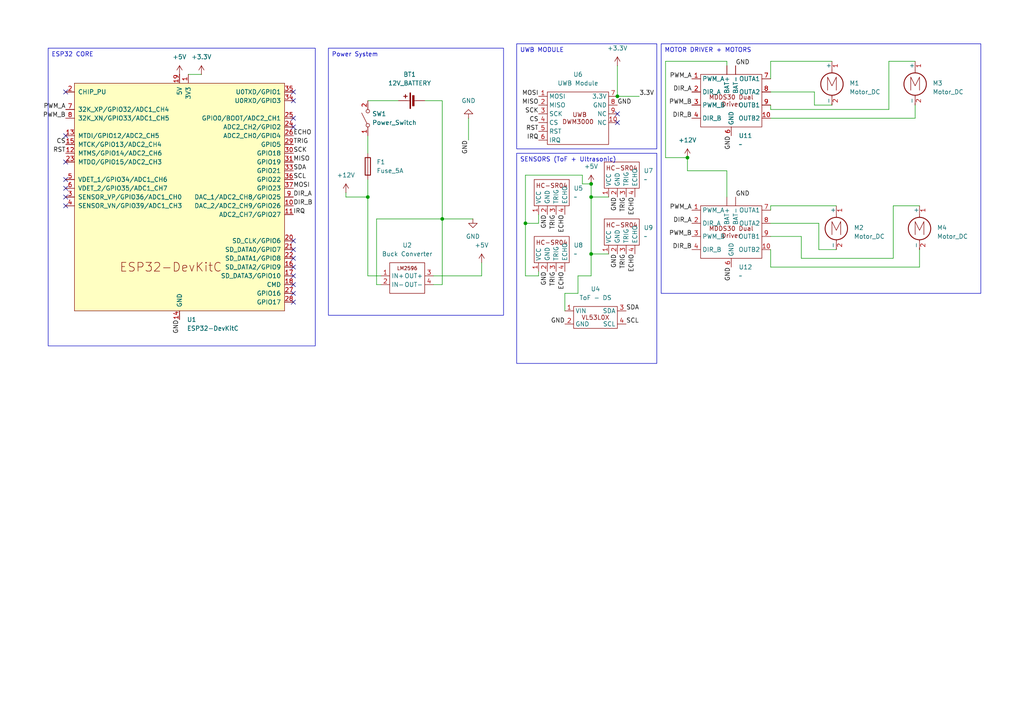
<source format=kicad_sch>
(kicad_sch (version 20250114) (generator "eeschema") (generator_version "9.0")
  (paper "A4")
  (lib_symbols
    (symbol "BTS7960_Module_1"
      (property "Reference" "U" (at 0 0 0))
      (symbol "BTS7960_Module_1_1_1"
        (text_box "MDDS30 Dual Driver\n" (at 0 0 0) (size 17.78 -15.24) (margins 1.016 1.016 1.016 1.016) (fill (type color)) (effects (font (size 1.27 1.27))))
        (pin input line (at -2.54 -1.27 0) (length 2.54) (name "PWM_A") (number "1"))
        (pin input line (at -2.54 -5.08 0) (length 2.54) (name "DIR_A") (number "2"))
        (pin input line (at -2.54 -8.89 0) (length 2.54) (name "PWM_B") (number "3"))
        (pin input line (at -2.54 -12.7 0) (length 2.54) (name "DIR_B") (number "4"))
        (pin power_in line (at 7.62 2.54 270) (length 2.54) (name "BAT+") (number ""))
        (pin power_in line (at 8.89 -17.78 90) (length 2.54) (name "GND") (number "6"))
        (pin power_in line (at 10.16 2.54 270) (length 2.54) (name "BAT-") (number ""))
        (pin output line (at 20.32 -1.27 180) (length 2.54) (name "OUTA1") (number "7"))
        (pin output line (at 20.32 -5.08 180) (length 2.54) (name "OUTA2") (number "8"))
        (pin output line (at 20.32 -8.89 180) (length 2.54) (name "OUTB1") (number "9"))
        (pin output line (at 20.32 -12.7 180) (length 2.54) (name "OUTB2") (number "10"))
      )
    )
    (symbol "BTS7960_Module_2"
      (property "Reference" "U" (at 0 0 0))
      (symbol "BTS7960_Module_2_1_1"
        (text_box "MDDS30 Dual Driver\n" (at 0 0 0) (size 17.78 -15.24) (margins 1.016 1.016 1.016 1.016) (fill (type color)) (effects (font (size 1.27 1.27))))
        (pin input line (at -2.54 -1.27 0) (length 2.54) (name "PWM_A") (number "1"))
        (pin input line (at -2.54 -5.08 0) (length 2.54) (name "DIR_A") (number "2"))
        (pin input line (at -2.54 -8.89 0) (length 2.54) (name "PWM_B") (number "3"))
        (pin input line (at -2.54 -12.7 0) (length 2.54) (name "DIR_B") (number "4"))
        (pin power_in line (at 7.62 2.54 270) (length 2.54) (name "BAT+") (number ""))
        (pin power_in line (at 8.89 -17.78 90) (length 2.54) (name "GND") (number "6"))
        (pin power_in line (at 10.16 2.54 270) (length 2.54) (name "BAT-") (number ""))
        (pin output line (at 20.32 -1.27 180) (length 2.54) (name "OUTA1") (number "7"))
        (pin output line (at 20.32 -5.08 180) (length 2.54) (name "OUTA2") (number "8"))
        (pin output line (at 20.32 -8.89 180) (length 2.54) (name "OUTB1") (number "9"))
        (pin output line (at 20.32 -12.7 180) (length 2.54) (name "OUTB2") (number "10"))
      )
    )
    (symbol "Comp_Library:HC_SR04"
      (property "Reference" "U" (at -0.254 6.35 0))
      (symbol "HC_SR04_1_1"
        (text_box "HC-SR04" (at -5.08 5.08 0) (size 10.16 -7.62) (margins 1.016 1.016 1.016 1.016) (effects (font (size 1.27 1.27)) (justify top)))
        (pin power_in line (at -3.81 -5.08 90) (length 2.54) (name "VCC") (number "1"))
        (pin power_in line (at -1.27 -5.08 90) (length 2.54) (name "GND") (number "2"))
        (pin input line (at 1.27 -5.08 90) (length 2.54) (name "TRIG") (number "3"))
        (pin output line (at 3.81 -5.08 90) (length 2.54) (name "ECHO") (number "4"))
      )
    )
    (symbol "Comp_Library:LM2596_Buck"
      (property "Reference" "U" (at 5.08 1.778 0))
      (symbol "LM2596_Buck_1_1"
        (text_box "LM2596" (at 0 0 0) (size 10.16 -8.89) (margins 1.016 1.016 1.016 1.016) (effects (font (size 1.016 1.016)) (justify top)))
        (pin power_in line (at -2.54 -3.81 0) (length 2.54) (name "IN+") (number "1"))
        (pin power_in line (at -2.54 -6.35 0) (length 2.54) (name "IN-") (number "2"))
        (pin power_out line (at 12.7 -3.81 180) (length 2.54) (name "OUT+") (number "3"))
        (pin power_out line (at 12.7 -6.35 180) (length 2.54) (name "OUT-") (number "4"))
      )
    )
    (symbol "Comp_Library:UWB_DWM3000"
      (property "Reference" "U" (at 0 0 0))
      (symbol "UWB_DWM3000_1_1"
        (text_box " UWB \nDWM3000\n" (at 0 0 0) (size 17.78 -15.24) (margins 1.016 1.016 1.016 1.016) (effects (font (size 1.27 1.27))))
        (pin input line (at -2.54 -1.27 0) (length 2.54) (name "MOSI") (number "1"))
        (pin output line (at -2.54 -3.81 0) (length 2.54) (name "MISO") (number "2"))
        (pin input line (at -2.54 -6.35 0) (length 2.54) (name "SCK") (number "3"))
        (pin input line (at -2.54 -8.89 0) (length 2.54) (name "CS") (number "4"))
        (pin input line (at -2.54 -11.43 0) (length 2.54) (name "RST") (number "5"))
        (pin output line (at -2.54 -13.97 0) (length 2.54) (name "IRQ") (number "6"))
        (pin power_in line (at 20.32 -1.27 180) (length 2.54) (name "3.3V") (number "7"))
        (pin power_in line (at 20.32 -3.81 180) (length 2.54) (name "GND") (number "8"))
        (pin passive line (at 20.32 -6.35 180) (length 2.54) (name "NC") (number "9"))
        (pin passive line (at 20.32 -8.89 180) (length 2.54) (name "NC") (number "10"))
      )
    )
    (symbol "Comp_Library:VL53L0X"
      (property "Reference" "U" (at 0 0 0))
      (symbol "VL53L0X_1_1"
        (text_box "VL53L0X" (at 0 0 0) (size 12.7 -6.35) (margins 1.016 1.016 1.016 1.016) (effects (font (size 1.27 1.27))))
        (pin power_in line (at -2.54 -1.27 0) (length 2.54) (name "VIN") (number "1"))
        (pin power_in line (at -2.54 -5.08 0) (length 2.54) (name "GND") (number "2"))
        (pin bidirectional line (at 15.24 -1.27 180) (length 2.54) (name "SDA") (number "3"))
        (pin input line (at 15.24 -5.08 180) (length 2.54) (name "SCL") (number "4"))
      )
    )
    (symbol "Device:Battery_Cell" (pin_numbers (hide yes)) (pin_names (offset 0) (hide yes))
      (property "Reference" "BT" (at 2.54 2.54 0))
      (property "Value" "Battery_Cell" (at 2.54 0 0))
      (symbol "Battery_Cell_0_1"
        (rectangle (start -2.286 1.778) (end 2.286 1.524) (fill (type outline)))
        (rectangle (start -1.524 1.016) (end 1.524 0.508) (fill (type outline)))
        (polyline (pts (xy 0 1.778) (xy 0 2.54)))
        (polyline (pts (xy 0 0.762) (xy 0 0)))
        (polyline (pts (xy 0.762 3.048) (xy 1.778 3.048)) (stroke (width 0.254)))
        (polyline (pts (xy 1.27 3.556) (xy 1.27 2.54)) (stroke (width 0.254)))
      )
      (symbol "Battery_Cell_1_1"
        (pin passive line (at 0 5.08 270) (length 2.54) (name "+") (number "1"))
        (pin passive line (at 0 -2.54 90) (length 2.54) (name "-") (number "2"))
      )
    )
    (symbol "Device:Fuse" (pin_numbers (hide yes)) (pin_names (offset 0))
      (property "Reference" "F" (at 2.032 0 90))
      (property "Value" "Fuse" (at -1.905 0 90))
      (symbol "Fuse_0_1"
        (rectangle (start -0.762 -2.54) (end 0.762 2.54) (stroke (width 0.254)))
        (polyline (pts (xy 0 2.54) (xy 0 -2.54)))
      )
      (symbol "Fuse_1_1"
        (pin passive line (at 0 3.81 270) (length 1.27) (name "~") (number "1"))
        (pin passive line (at 0 -3.81 90) (length 1.27) (name "~") (number "2"))
      )
    )
    (symbol "Espressif:ESP32-DevKitC" (pin_names (offset 1.016))
      (property "Reference" "U" (at -30.48 38.1 0))
      (property "Value" "ESP32-DevKitC" (at -30.48 35.56 0))
      (symbol "ESP32-DevKitC_0_0"
        (text "ESP32-DevKitC" (at -2.54 -20.32 0) (effects (font (size 2.54 2.54))))
        (pin power_in line (at 0 35.56 270) (length 2.54) (name "5V") (number "19"))
        (pin power_in line (at 0 -35.56 90) (length 2.54) (name "GND") (number "14"))
      )
      (symbol "ESP32-DevKitC_0_1"
        (rectangle (start -30.48 33.02) (end 30.48 -33.02) (fill (type background)))
      )
      (symbol "ESP32-DevKitC_1_1"
        (pin input line (at -33.02 30.48 0) (length 2.54) (name "CHIP_PU") (number "2"))
        (pin bidirectional line (at -33.02 25.4 0) (length 2.54) (name "32K_XP/GPIO32/ADC1_CH4") (number "7"))
        (pin bidirectional line (at -33.02 22.86 0) (length 2.54) (name "32K_XN/GPIO33/ADC1_CH5") (number "8"))
        (pin bidirectional line (at -33.02 17.78 0) (length 2.54) (name "MTDI/GPIO12/ADC2_CH5") (number "13"))
        (pin bidirectional line (at -33.02 15.24 0) (length 2.54) (name "MTCK/GPIO13/ADC2_CH4") (number "15"))
        (pin bidirectional line (at -33.02 12.7 0) (length 2.54) (name "MTMS/GPIO14/ADC2_CH6") (number "12"))
        (pin bidirectional line (at -33.02 10.16 0) (length 2.54) (name "MTDO/GPIO15/ADC2_CH3") (number "23"))
        (pin input line (at -33.02 5.08 0) (length 2.54) (name "VDET_1/GPIO34/ADC1_CH6") (number "5"))
        (pin input line (at -33.02 2.54 0) (length 2.54) (name "VDET_2/GPIO35/ADC1_CH7") (number "6"))
        (pin input line (at -33.02 0 0) (length 2.54) (name "SENSOR_VP/GPIO36/ADC1_CH0") (number "3"))
        (pin input line (at -33.02 -2.54 0) (length 2.54) (name "SENSOR_VN/GPIO39/ADC1_CH3") (number "4"))
        (pin passive line (at 0 -35.56 90) (length 2.54) (hide yes) (name "GND") (number "32"))
        (pin passive line (at 0 -35.56 90) (length 2.54) (hide yes) (name "GND") (number "38"))
        (pin power_in line (at 2.54 35.56 270) (length 2.54) (name "3V3") (number "1"))
        (pin bidirectional line (at 33.02 30.48 180) (length 2.54) (name "U0TXD/GPIO1") (number "35"))
        (pin bidirectional line (at 33.02 27.94 180) (length 2.54) (name "U0RXD/GPIO3") (number "34"))
        (pin bidirectional line (at 33.02 22.86 180) (length 2.54) (name "GPIO0/BOOT/ADC2_CH1") (number "25"))
        (pin bidirectional line (at 33.02 20.32 180) (length 2.54) (name "ADC2_CH2/GPIO2") (number "24"))
        (pin bidirectional line (at 33.02 17.78 180) (length 2.54) (name "ADC2_CH0/GPIO4") (number "26"))
        (pin bidirectional line (at 33.02 15.24 180) (length 2.54) (name "GPIO5") (number "29"))
        (pin bidirectional line (at 33.02 12.7 180) (length 2.54) (name "GPIO18") (number "30"))
        (pin bidirectional line (at 33.02 10.16 180) (length 2.54) (name "GPIO19") (number "31"))
        (pin bidirectional line (at 33.02 7.62 180) (length 2.54) (name "GPIO21") (number "33"))
        (pin bidirectional line (at 33.02 5.08 180) (length 2.54) (name "GPIO22") (number "36"))
        (pin bidirectional line (at 33.02 2.54 180) (length 2.54) (name "GPIO23") (number "37"))
        (pin bidirectional line (at 33.02 0 180) (length 2.54) (name "DAC_1/ADC2_CH8/GPIO25") (number "9"))
        (pin bidirectional line (at 33.02 -2.54 180) (length 2.54) (name "DAC_2/ADC2_CH9/GPIO26") (number "10"))
        (pin bidirectional line (at 33.02 -5.08 180) (length 2.54) (name "ADC2_CH7/GPIO27") (number "11"))
        (pin bidirectional line (at 33.02 -12.7 180) (length 2.54) (name "SD_CLK/GPIO6") (number "20"))
        (pin bidirectional line (at 33.02 -15.24 180) (length 2.54) (name "SD_DATA0/GPIO7") (number "21"))
        (pin bidirectional line (at 33.02 -17.78 180) (length 2.54) (name "SD_DATA1/GPIO8") (number "22"))
        (pin bidirectional line (at 33.02 -20.32 180) (length 2.54) (name "SD_DATA2/GPIO9") (number "16"))
        (pin bidirectional line (at 33.02 -22.86 180) (length 2.54) (name "SD_DATA3/GPIO10") (number "17"))
        (pin bidirectional line (at 33.02 -25.4 180) (length 2.54) (name "CMD") (number "18"))
        (pin bidirectional line (at 33.02 -27.94 180) (length 2.54) (name "GPIO16") (number "27"))
        (pin bidirectional line (at 33.02 -30.48 180) (length 2.54) (name "GPIO17") (number "28"))
      )
    )
    (symbol "Motor:Motor_DC" (pin_names (offset 0))
      (property "Reference" "M" (at 2.54 2.54 0))
      (property "Value" "Motor_DC" (at 2.54 -5.08 0))
      (symbol "Motor_DC_0_0"
        (polyline (pts (xy -1.27 -3.302) (xy -1.27 0.508) (xy 0 -2.032) (xy 1.27 0.508) (xy 1.27 -3.302)))
      )
      (symbol "Motor_DC_0_1"
        (polyline (pts (xy 0 2.032) (xy 0 2.54)))
        (polyline (pts (xy 0 1.7272) (xy 0 2.0828)))
        (circle (center 0 -1.524) (radius 3.2512) (stroke (width 0.254)))
        (polyline (pts (xy 0 -4.7752) (xy 0 -5.1816)))
        (polyline (pts (xy 0 -7.62) (xy 0 -7.112)))
      )
      (symbol "Motor_DC_1_1"
        (pin passive line (at 0 5.08 270) (length 2.54) (name "+") (number "1"))
        (pin passive line (at 0 -7.62 90) (length 2.54) (name "-") (number "2"))
      )
    )
    (symbol "Switch:SW_SPST" (pin_names (offset 0) (hide yes))
      (property "Reference" "SW" (at 0 3.175 0))
      (property "Value" "SW_SPST" (at 0 -2.54 0))
      (symbol "SW_SPST_0_0"
        (circle (center -2.032 0) (radius 0.508))
        (polyline (pts (xy -1.524 0.254) (xy 1.524 1.778)))
        (circle (center 2.032 0) (radius 0.508))
      )
      (symbol "SW_SPST_1_1"
        (pin passive line (at -5.08 0 0) (length 2.54) (name "A") (number "1"))
        (pin passive line (at 5.08 0 180) (length 2.54) (name "B") (number "2"))
      )
    )
    (symbol "power:+12V" (power) (pin_numbers (hide yes)) (pin_names (offset 0) (hide yes))
      (property "Value" "+12V" (at 0 3.556 0))
      (symbol "+12V_0_1"
        (polyline (pts (xy -0.762 1.27) (xy 0 2.54)))
        (polyline (pts (xy 0 2.54) (xy 0.762 1.27)))
        (polyline (pts (xy 0 0) (xy 0 2.54)))
      )
      (symbol "+12V_1_1"
        (pin power_in line (at 0 0 90) (length 0) (name "~") (number "1"))
      )
    )
    (symbol "power:+3.3V" (power) (pin_numbers (hide yes)) (pin_names (offset 0) (hide yes))
      (property "Value" "+3.3V" (at 0 3.556 0))
      (symbol "+3.3V_0_1"
        (polyline (pts (xy -0.762 1.27) (xy 0 2.54)))
        (polyline (pts (xy 0 2.54) (xy 0.762 1.27)))
        (polyline (pts (xy 0 0) (xy 0 2.54)))
      )
      (symbol "+3.3V_1_1"
        (pin power_in line (at 0 0 90) (length 0) (name "~") (number "1"))
      )
    )
    (symbol "power:+5V" (power) (pin_numbers (hide yes)) (pin_names (offset 0) (hide yes))
      (property "Value" "+5V" (at 0 3.556 0))
      (symbol "+5V_0_1"
        (polyline (pts (xy -0.762 1.27) (xy 0 2.54)))
        (polyline (pts (xy 0 2.54) (xy 0.762 1.27)))
        (polyline (pts (xy 0 0) (xy 0 2.54)))
      )
      (symbol "+5V_1_1"
        (pin power_in line (at 0 0 90) (length 0) (name "~") (number "1"))
      )
    )
    (symbol "power:GND" (power) (pin_numbers (hide yes)) (pin_names (offset 0) (hide yes))
      (property "Value" "GND" (at 0 -3.81 0))
      (symbol "GND_0_1"
        (polyline (pts (xy 0 0) (xy 0 -1.27) (xy 1.27 -1.27) (xy 0 -2.54) (xy -1.27 -1.27) (xy 0 -1.27)))
      )
      (symbol "GND_1_1"
        (pin power_in line (at 0 0 270) (length 0) (name "~") (number "1"))
      )
    )
  )
  (text_box "MOTOR DRIVER + MOTORS\n" (at 191.77 12.7 0) (size 92.71 72.39) (margins 0.9525 0.9525 0.9525 0.9525) (effects (font (size 1.27 1.27)) (justify left top)))
  (text_box "ESP32 CORE" (at 13.97 13.97 0) (size 77.47 86.36) (margins 0.9525 0.9525 0.9525 0.9525) (effects (font (size 1.27 1.27)) (justify left top)))
  (text_box "SENSORS (ToF + Ultrasonic)" (at 149.86 44.45 0) (size 40.64 60.96) (margins 0.9525 0.9525 0.9525 0.9525) (effects (font (size 1.27 1.27)) (justify left top)))
  (text_box "UWB MODULE\n" (at 149.86 12.7 0) (size 40.64 30.48) (margins 0.9525 0.9525 0.9525 0.9525) (effects (font (size 1.27 1.27)) (justify left top)))
  (text_box "Power System" (at 95.25 13.97 0) (size 50.8 77.47) (margins 0.9525 0.9525 0.9525 0.9525) (effects (font (size 1.27 1.27)) (justify left top)))
  (junction (at 171.45 57.15))
  (junction (at 199.39 45.72))
  (junction (at 179.07 27.94))
  (junction (at 106.68 57.15))
  (junction (at 171.45 73.66))
  (junction (at 128.27 63.5))
  (junction (at 171.45 53.34))
  (junction (at 152.4 64.77))
  (no_connect (at 85.09 82.55))
  (no_connect (at 19.05 59.69))
  (no_connect (at 179.07 33.02))
  (no_connect (at 85.09 34.29))
  (no_connect (at 19.05 39.37))
  (no_connect (at 85.09 87.63))
  (no_connect (at 85.09 26.67))
  (no_connect (at 85.09 77.47))
  (no_connect (at 85.09 85.09))
  (no_connect (at 19.05 26.67))
  (no_connect (at 19.05 57.15))
  (no_connect (at 85.09 80.01))
  (no_connect (at 19.05 46.99))
  (no_connect (at 85.09 36.83))
  (no_connect (at 85.09 74.93))
  (no_connect (at 85.09 29.21))
  (no_connect (at 179.07 35.56))
  (no_connect (at 19.05 52.07))
  (no_connect (at 85.09 69.85))
  (no_connect (at 19.05 54.61))
  (no_connect (at 85.09 72.39))
  (wire (pts (xy 241.3 30.48) (xy 236.22 30.48)))
  (wire (pts (xy 58.42 21.59) (xy 54.61 21.59)))
  (wire (pts (xy 265.43 34.29) (xy 223.52 34.29)))
  (wire (pts (xy 236.22 26.67) (xy 223.52 26.67)))
  (wire (pts (xy 128.27 29.21) (xy 128.27 63.5)))
  (wire (pts (xy 199.39 45.72) (xy 199.39 49.53)))
  (wire (pts (xy 109.22 63.5) (xy 128.27 63.5)))
  (wire (pts (xy 257.81 17.78) (xy 257.81 31.75)))
  (wire (pts (xy 266.7 77.47) (xy 223.52 77.47)))
  (wire (pts (xy 171.45 57.15) (xy 176.53 57.15)))
  (wire (pts (xy 266.7 72.39) (xy 266.7 77.47)))
  (wire (pts (xy 106.68 39.37) (xy 106.68 44.45)))
  (wire (pts (xy 171.45 80.01) (xy 171.45 73.66)))
  (wire (pts (xy 139.7 80.01) (xy 139.7 76.2)))
  (wire (pts (xy 210.82 49.53) (xy 199.39 49.53)))
  (wire (pts (xy 171.45 57.15) (xy 171.45 53.34)))
  (wire (pts (xy 223.52 31.75) (xy 223.52 30.48)))
  (wire (pts (xy 193.04 45.72) (xy 199.39 45.72)))
  (wire (pts (xy 193.04 17.78) (xy 193.04 45.72)))
  (wire (pts (xy 156.21 80.01) (xy 152.4 80.01)))
  (wire (pts (xy 152.4 50.8) (xy 168.91 50.8)))
  (wire (pts (xy 242.57 72.39) (xy 237.49 72.39)))
  (wire (pts (xy 100.33 55.88) (xy 100.33 57.15)))
  (wire (pts (xy 179.07 19.05) (xy 179.07 27.94)))
  (wire (pts (xy 223.52 17.78) (xy 223.52 22.86)))
  (wire (pts (xy 152.4 64.77) (xy 156.21 64.77)))
  (wire (pts (xy 242.57 59.69) (xy 223.52 59.69)))
  (wire (pts (xy 152.4 80.01) (xy 152.4 64.77)))
  (wire (pts (xy 265.43 30.48) (xy 265.43 34.29)))
  (wire (pts (xy 232.41 74.93) (xy 232.41 68.58)))
  (wire (pts (xy 125.73 80.01) (xy 139.7 80.01)))
  (wire (pts (xy 123.19 29.21) (xy 128.27 29.21)))
  (wire (pts (xy 106.68 57.15) (xy 106.68 80.01)))
  (wire (pts (xy 237.49 64.77) (xy 223.52 64.77)))
  (wire (pts (xy 259.08 59.69) (xy 259.08 74.93)))
  (wire (pts (xy 109.22 82.55) (xy 110.49 82.55)))
  (wire (pts (xy 156.21 78.74) (xy 156.21 80.01)))
  (wire (pts (xy 237.49 72.39) (xy 237.49 64.77)))
  (wire (pts (xy 168.91 50.8) (xy 168.91 53.34)))
  (wire (pts (xy 257.81 31.75) (xy 223.52 31.75)))
  (wire (pts (xy 128.27 82.55) (xy 128.27 63.5)))
  (wire (pts (xy 236.22 30.48) (xy 236.22 26.67)))
  (wire (pts (xy 168.91 53.34) (xy 171.45 53.34)))
  (wire (pts (xy 210.82 17.78) (xy 193.04 17.78)))
  (wire (pts (xy 241.3 17.78) (xy 223.52 17.78)))
  (wire (pts (xy 210.82 57.15) (xy 210.82 49.53)))
  (wire (pts (xy 109.22 82.55) (xy 109.22 63.5)))
  (wire (pts (xy 171.45 73.66) (xy 171.45 57.15)))
  (wire (pts (xy 223.52 77.47) (xy 223.52 72.39)))
  (wire (pts (xy 167.64 80.01) (xy 171.45 80.01)))
  (wire (pts (xy 266.7 59.69) (xy 259.08 59.69)))
  (wire (pts (xy 156.21 62.23) (xy 156.21 64.77)))
  (wire (pts (xy 167.64 85.09) (xy 167.64 80.01)))
  (wire (pts (xy 210.82 19.05) (xy 210.82 17.78)))
  (wire (pts (xy 100.33 57.15) (xy 106.68 57.15)))
  (wire (pts (xy 152.4 64.77) (xy 152.4 50.8)))
  (wire (pts (xy 163.83 90.17) (xy 163.83 85.09)))
  (wire (pts (xy 135.89 34.29) (xy 135.89 40.64)))
  (wire (pts (xy 259.08 74.93) (xy 232.41 74.93)))
  (wire (pts (xy 185.42 27.94) (xy 179.07 27.94)))
  (wire (pts (xy 125.73 82.55) (xy 128.27 82.55)))
  (wire (pts (xy 265.43 17.78) (xy 257.81 17.78)))
  (wire (pts (xy 163.83 85.09) (xy 167.64 85.09)))
  (wire (pts (xy 171.45 73.66) (xy 176.53 73.66)))
  (wire (pts (xy 106.68 52.07) (xy 106.68 57.15)))
  (wire (pts (xy 128.27 63.5) (xy 137.16 63.5)))
  (wire (pts (xy 223.52 59.69) (xy 223.52 60.96)))
  (wire (pts (xy 106.68 80.01) (xy 110.49 80.01)))
  (wire (pts (xy 232.41 68.58) (xy 223.52 68.58)))
  (wire (pts (xy 106.68 29.21) (xy 115.57 29.21)))
  (label "PWM_B" (at 19.05 34.29 180))
  (label "ECHO" (at 163.83 78.74 270))
  (label "ECHO" (at 85.09 39.37 0))
  (label "TRIG" (at 181.61 73.66 270))
  (label "PWM_B" (at 200.66 30.48 180))
  (label "PWM_A" (at 200.66 22.86 180))
  (label "GND" (at 179.07 30.48 0))
  (label "SCK" (at 85.09 44.45 0))
  (label "GND" (at 158.75 62.23 270))
  (label "GND" (at 179.07 73.66 270))
  (label "CS" (at 19.05 41.91 180))
  (label "MOSI" (at 85.09 54.61 0))
  (label "TRIG" (at 161.29 78.74 270))
  (label "PWM_A" (at 19.05 31.75 180))
  (label "MISO" (at 85.09 46.99 0))
  (label "TRIG" (at 85.09 41.91 0))
  (label "IRQ" (at 156.21 40.64 180))
  (label "GND" (at 163.83 93.98 180))
  (label "PWM_B" (at 200.66 68.58 180))
  (label "TRIG" (at 181.61 57.15 270))
  (label "GND" (at 158.75 78.74 270))
  (label "GND" (at 213.36 57.15 0))
  (label "GND" (at 135.89 40.64 270))
  (label "SCL" (at 181.61 93.98 0))
  (label "SDA" (at 181.61 90.17 0))
  (label "DIR_A" (at 200.66 26.67 180))
  (label "ECHO" (at 184.15 73.66 270))
  (label "SDA" (at 85.09 49.53 0))
  (label "3.3V" (at 185.42 27.94 0))
  (label "GND" (at 212.09 39.37 270))
  (label "MOSI" (at 156.21 27.94 180))
  (label "DIR_B" (at 85.09 59.69 0))
  (label "DIR_B" (at 200.66 72.39 180))
  (label "ECHO" (at 184.15 57.15 270))
  (label "MISO" (at 156.21 30.48 180))
  (label "GND" (at 212.09 77.47 270))
  (label "ECHO" (at 163.83 62.23 270))
  (label "DIR_A" (at 200.66 64.77 180))
  (label "SCK" (at 156.21 33.02 180))
  (label "RST" (at 156.21 38.1 180))
  (label "GND" (at 52.07 92.71 270))
  (label "TRIG" (at 161.29 62.23 270))
  (label "PWM_A" (at 200.66 60.96 180))
  (label "DIR_B" (at 200.66 34.29 180))
  (label "GND" (at 213.36 19.05 0))
  (label "CS" (at 156.21 35.56 180))
  (label "RST" (at 19.05 44.45 180))
  (label "GND" (at 179.07 57.15 270))
  (label "DIR_A" (at 85.09 57.15 0))
  (label "SCL" (at 85.09 52.07 0))
  (label "IRQ" (at 85.09 62.23 0))
  (symbol (lib_name "BTS7960_Module_2") (lib_id "Comp_Library:BTS7960_Module") (at 203.2 59.69 0) (unit 1)
    (property "Reference" "U12" (at 214.2333 77.47 0) (effects (justify left)))
    (property "Value" "~" (at 214.2333 80.01 0) (effects (justify left)))
  )
  (symbol (lib_name "BTS7960_Module_1") (lib_id "Comp_Library:BTS7960_Module") (at 203.2 21.59 0) (unit 1)
    (property "Reference" "U11" (at 214.2333 39.37 0) (effects (justify left)))
    (property "Value" "~" (at 214.2333 41.91 0) (effects (justify left)))
  )
  (symbol (lib_id "Device:Fuse") (at 106.68 48.26 0) (unit 1)
    (property "Reference" "F1" (at 109.22 46.9899 0) (effects (justify left)))
    (property "Value" "Fuse_5A" (at 109.22 49.5299 0) (effects (justify left)))
    (property "Description" "Fuse" (effects (hide yes)))
  )
  (symbol (lib_id "Motor:Motor_DC") (at 242.57 64.77 0) (unit 1)
    (property "Reference" "M2" (at 247.65 66.0399 0) (effects (justify left)))
    (property "Value" "Motor_DC" (at 247.65 68.5799 0) (effects (justify left)))
    (property "Description" "DC Motor" (effects (hide yes)))
  )
  (symbol (lib_id "Comp_Library:HC_SR04") (at 180.34 68.58 0) (unit 1)
    (property "Reference" "U9" (at 186.69 66.0399 0) (effects (justify left)))
    (property "Value" "~" (at 186.69 68.5799 0) (effects (justify left)))
  )
  (symbol (lib_id "Comp_Library:HC_SR04") (at 180.34 52.07 0) (unit 1)
    (property "Reference" "U7" (at 186.69 49.5299 0) (effects (justify left)))
    (property "Value" "~" (at 186.69 52.0699 0) (effects (justify left)))
  )
  (symbol (lib_id "Comp_Library:VL53L0X") (at 166.37 88.9 0) (unit 1)
    (property "Reference" "U4" (at 172.72 83.82 0))
    (property "Value" "ToF - DS" (at 172.72 86.36 0))
  )
  (symbol (lib_id "Motor:Motor_DC") (at 265.43 22.86 0) (unit 1)
    (property "Reference" "M3" (at 270.51 24.1299 0) (effects (justify left)))
    (property "Value" "Motor_DC" (at 270.51 26.6699 0) (effects (justify left)))
    (property "Description" "DC Motor" (effects (hide yes)))
  )
  (symbol (lib_id "Espressif:ESP32-DevKitC") (at 52.07 57.15 0) (unit 1)
    (property "Reference" "U1" (at 54.2133 92.71 0) (effects (justify left)))
    (property "Value" "ESP32-DevKitC" (at 54.2133 95.25 0) (effects (justify left)))
    (property "Footprint" "Espressif:ESP32-DevKitC" (effects (hide yes)))
    (property "Datasheet" "https://docs.espressif.com/projects/esp-idf/zh_CN/latest/esp32/hw-reference/esp32/get-started-devkitc.html" (effects (hide yes)))
    (property "Description" "Development Kit" (effects (hide yes)))
  )
  (symbol (lib_id "Comp_Library:UWB_DWM3000") (at 158.75 26.67 0) (unit 1)
    (property "Reference" "U6" (at 167.64 21.59 0))
    (property "Value" "UWB Module" (at 167.64 24.13 0))
  )
  (symbol (lib_id "power:+5V") (at 171.45 53.34 0) (unit 1)
    (property "Reference" "#PWR07" (effects (hide yes)))
    (property "Value" "+5V" (at 171.45 48.26 0))
    (property "Description" "Power symbol creates a global label with name \"+5V\"" (effects (hide yes)))
  )
  (symbol (lib_id "power:+5V") (at 139.7 76.2 0) (unit 1)
    (property "Reference" "#PWR02" (effects (hide yes)))
    (property "Value" "+5V" (at 139.7 71.12 0))
    (property "Description" "Power symbol creates a global label with name \"+5V\"" (effects (hide yes)))
  )
  (symbol (lib_id "Comp_Library:HC_SR04") (at 160.02 73.66 0) (unit 1)
    (property "Reference" "U8" (at 166.37 71.1199 0) (effects (justify left)))
    (property "Value" "~" (at 166.37 73.6599 0) (effects (justify left)))
  )
  (symbol (lib_id "power:+3.3V") (at 58.42 21.59 0) (unit 1)
    (property "Reference" "#PWR03" (effects (hide yes)))
    (property "Value" "+3.3V" (at 58.42 16.51 0))
    (property "Description" "Power symbol creates a global label with name \"+3.3V\"" (effects (hide yes)))
  )
  (symbol (lib_id "power:+12V") (at 100.33 55.88 0) (unit 1)
    (property "Reference" "#PWR01" (effects (hide yes)))
    (property "Value" "+12V" (at 100.33 50.8 0))
    (property "Description" "Power symbol creates a global label with name \"+12V\"" (effects (hide yes)))
  )
  (symbol (lib_id "power:GND") (at 137.16 63.5 0) (unit 1)
    (property "Reference" "#PWR08" (effects (hide yes)))
    (property "Value" "GND" (at 137.16 68.58 0))
    (property "Description" "Power symbol creates a global label with name \"GND\" , ground" (effects (hide yes)))
  )
  (symbol (lib_id "Comp_Library:HC_SR04") (at 160.02 57.15 0) (unit 1)
    (property "Reference" "U5" (at 166.37 54.6099 0) (effects (justify left)))
    (property "Value" "~" (at 166.37 57.1499 0) (effects (justify left)))
  )
  (symbol (lib_id "power:+12V") (at 199.39 45.72 0) (unit 1)
    (property "Reference" "#PWR05" (effects (hide yes)))
    (property "Value" "+12V" (at 199.39 40.64 0))
    (property "Description" "Power symbol creates a global label with name \"+12V\"" (effects (hide yes)))
  )
  (symbol (lib_id "Switch:SW_SPST") (at 106.68 34.29 90) (unit 1)
    (property "Reference" "SW1" (at 107.95 33.0199 90) (effects (justify right)))
    (property "Value" "Power_Switch" (at 107.95 35.5599 90) (effects (justify right)))
    (property "Description" "Single Pole Single Throw (SPST) switch" (effects (hide yes)))
  )
  (symbol (lib_id "Comp_Library:LM2596_Buck") (at 113.03 76.2 0) (unit 1)
    (property "Reference" "U2" (at 118.11 71.12 0))
    (property "Value" "Buck Converter" (at 118.11 73.66 0))
  )
  (symbol (lib_id "Motor:Motor_DC") (at 266.7 64.77 0) (unit 1)
    (property "Reference" "M4" (at 271.78 66.0399 0) (effects (justify left)))
    (property "Value" "Motor_DC" (at 271.78 68.5799 0) (effects (justify left)))
    (property "Description" "DC Motor" (effects (hide yes)))
  )
  (symbol (lib_id "Device:Battery_Cell") (at 120.65 29.21 90) (unit 1)
    (property "Reference" "BT1" (at 118.8085 21.59 90))
    (property "Value" "12V_BATTERY" (at 118.8085 24.13 90))
    (property "Description" "Single-cell battery" (effects (hide yes)))
  )
  (symbol (lib_id "power:+3.3V") (at 179.07 19.05 0) (unit 1)
    (property "Reference" "#PWR09" (effects (hide yes)))
    (property "Value" "+3.3V" (at 179.07 13.97 0))
    (property "Description" "Power symbol creates a global label with name \"+3.3V\"" (effects (hide yes)))
  )
  (symbol (lib_id "power:GND") (at 135.89 34.29 180) (unit 1)
    (property "Reference" "#PWR04" (effects (hide yes)))
    (property "Value" "GND" (at 135.89 29.21 0))
    (property "Description" "Power symbol creates a global label with name \"GND\" , ground" (effects (hide yes)))
  )
  (symbol (lib_id "Motor:Motor_DC") (at 241.3 22.86 0) (unit 1)
    (property "Reference" "M1" (at 246.38 24.1299 0) (effects (justify left)))
    (property "Value" "Motor_DC" (at 246.38 26.6699 0) (effects (justify left)))
    (property "Description" "DC Motor" (effects (hide yes)))
  )
  (symbol (lib_id "power:+5V") (at 52.07 21.59 0) (unit 1)
    (property "Reference" "#PWR06" (effects (hide yes)))
    (property "Value" "+5V" (at 52.07 16.51 0))
    (property "Description" "Power symbol creates a global label with name \"+5V\"" (effects (hide yes)))
  )
)
</source>
